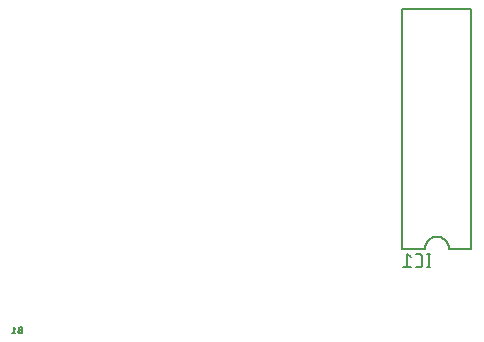
<source format=gbr>
G04 EAGLE Gerber RS-274X export*
G75*
%MOMM*%
%FSLAX34Y34*%
%LPD*%
%INSilkscreen Bottom*%
%IPPOS*%
%AMOC8*
5,1,8,0,0,1.08239X$1,22.5*%
G01*
%ADD10C,0.127000*%
%ADD11C,0.152400*%


D10*
X188069Y-31990D02*
X186729Y-31990D01*
X186729Y-31989D02*
X186658Y-31991D01*
X186586Y-31997D01*
X186516Y-32006D01*
X186446Y-32019D01*
X186376Y-32036D01*
X186308Y-32057D01*
X186241Y-32081D01*
X186175Y-32109D01*
X186111Y-32140D01*
X186048Y-32175D01*
X185988Y-32213D01*
X185929Y-32254D01*
X185873Y-32298D01*
X185819Y-32345D01*
X185768Y-32394D01*
X185720Y-32447D01*
X185674Y-32502D01*
X185632Y-32559D01*
X185592Y-32619D01*
X185556Y-32680D01*
X185523Y-32744D01*
X185494Y-32809D01*
X185468Y-32875D01*
X185445Y-32943D01*
X185426Y-33012D01*
X185411Y-33082D01*
X185400Y-33152D01*
X185392Y-33223D01*
X185388Y-33294D01*
X185388Y-33366D01*
X185392Y-33437D01*
X185400Y-33508D01*
X185411Y-33578D01*
X185426Y-33648D01*
X185445Y-33717D01*
X185468Y-33785D01*
X185494Y-33851D01*
X185523Y-33916D01*
X185556Y-33980D01*
X185592Y-34041D01*
X185632Y-34101D01*
X185674Y-34158D01*
X185720Y-34213D01*
X185768Y-34266D01*
X185819Y-34315D01*
X185873Y-34362D01*
X185929Y-34406D01*
X185988Y-34447D01*
X186048Y-34485D01*
X186111Y-34520D01*
X186175Y-34551D01*
X186241Y-34579D01*
X186308Y-34603D01*
X186376Y-34624D01*
X186446Y-34641D01*
X186516Y-34654D01*
X186586Y-34663D01*
X186658Y-34669D01*
X186729Y-34671D01*
X188069Y-34671D01*
X188069Y-29845D01*
X186729Y-29845D01*
X186664Y-29847D01*
X186600Y-29853D01*
X186536Y-29863D01*
X186472Y-29876D01*
X186410Y-29894D01*
X186349Y-29915D01*
X186289Y-29939D01*
X186231Y-29968D01*
X186174Y-30000D01*
X186120Y-30035D01*
X186068Y-30073D01*
X186018Y-30115D01*
X185971Y-30159D01*
X185927Y-30206D01*
X185885Y-30256D01*
X185847Y-30308D01*
X185812Y-30362D01*
X185780Y-30419D01*
X185751Y-30477D01*
X185727Y-30537D01*
X185706Y-30598D01*
X185688Y-30660D01*
X185675Y-30724D01*
X185665Y-30788D01*
X185659Y-30852D01*
X185657Y-30917D01*
X185659Y-30982D01*
X185665Y-31046D01*
X185675Y-31110D01*
X185688Y-31174D01*
X185706Y-31236D01*
X185727Y-31297D01*
X185751Y-31357D01*
X185780Y-31415D01*
X185812Y-31472D01*
X185847Y-31526D01*
X185885Y-31578D01*
X185927Y-31628D01*
X185971Y-31675D01*
X186018Y-31719D01*
X186068Y-31761D01*
X186120Y-31799D01*
X186174Y-31834D01*
X186231Y-31866D01*
X186289Y-31895D01*
X186349Y-31919D01*
X186410Y-31940D01*
X186472Y-31958D01*
X186536Y-31971D01*
X186600Y-31981D01*
X186664Y-31987D01*
X186729Y-31989D01*
X182912Y-30917D02*
X181572Y-29845D01*
X181572Y-34671D01*
X182912Y-34671D02*
X180231Y-34671D01*
D11*
X568960Y36830D02*
X568960Y240030D01*
X510540Y240030D02*
X510540Y36830D01*
X510540Y240030D02*
X568960Y240030D01*
X568960Y36830D02*
X549910Y36830D01*
X529590Y36830D02*
X510540Y36830D01*
X529590Y36830D02*
X529593Y37077D01*
X529602Y37325D01*
X529617Y37572D01*
X529638Y37818D01*
X529665Y38064D01*
X529698Y38309D01*
X529737Y38554D01*
X529782Y38797D01*
X529833Y39039D01*
X529890Y39280D01*
X529952Y39519D01*
X530021Y39757D01*
X530095Y39993D01*
X530175Y40227D01*
X530260Y40459D01*
X530352Y40689D01*
X530448Y40917D01*
X530551Y41142D01*
X530658Y41365D01*
X530772Y41585D01*
X530890Y41802D01*
X531014Y42017D01*
X531143Y42228D01*
X531277Y42436D01*
X531416Y42641D01*
X531560Y42842D01*
X531708Y43040D01*
X531862Y43234D01*
X532020Y43424D01*
X532183Y43610D01*
X532350Y43792D01*
X532522Y43970D01*
X532698Y44144D01*
X532878Y44314D01*
X533063Y44479D01*
X533251Y44639D01*
X533443Y44795D01*
X533639Y44947D01*
X533838Y45093D01*
X534041Y45235D01*
X534248Y45371D01*
X534457Y45503D01*
X534670Y45629D01*
X534886Y45750D01*
X535104Y45866D01*
X535326Y45976D01*
X535550Y46081D01*
X535776Y46181D01*
X536005Y46275D01*
X536236Y46363D01*
X536470Y46446D01*
X536705Y46523D01*
X536942Y46594D01*
X537180Y46660D01*
X537420Y46719D01*
X537662Y46773D01*
X537905Y46821D01*
X538148Y46863D01*
X538393Y46899D01*
X538639Y46929D01*
X538885Y46953D01*
X539132Y46971D01*
X539379Y46983D01*
X539626Y46989D01*
X539874Y46989D01*
X540121Y46983D01*
X540368Y46971D01*
X540615Y46953D01*
X540861Y46929D01*
X541107Y46899D01*
X541352Y46863D01*
X541595Y46821D01*
X541838Y46773D01*
X542080Y46719D01*
X542320Y46660D01*
X542558Y46594D01*
X542795Y46523D01*
X543030Y46446D01*
X543264Y46363D01*
X543495Y46275D01*
X543724Y46181D01*
X543950Y46081D01*
X544174Y45976D01*
X544396Y45866D01*
X544614Y45750D01*
X544830Y45629D01*
X545043Y45503D01*
X545252Y45371D01*
X545459Y45235D01*
X545662Y45093D01*
X545861Y44947D01*
X546057Y44795D01*
X546249Y44639D01*
X546437Y44479D01*
X546622Y44314D01*
X546802Y44144D01*
X546978Y43970D01*
X547150Y43792D01*
X547317Y43610D01*
X547480Y43424D01*
X547638Y43234D01*
X547792Y43040D01*
X547940Y42842D01*
X548084Y42641D01*
X548223Y42436D01*
X548357Y42228D01*
X548486Y42017D01*
X548610Y41802D01*
X548728Y41585D01*
X548842Y41365D01*
X548949Y41142D01*
X549052Y40917D01*
X549148Y40689D01*
X549240Y40459D01*
X549325Y40227D01*
X549405Y39993D01*
X549479Y39757D01*
X549548Y39519D01*
X549610Y39280D01*
X549667Y39039D01*
X549718Y38797D01*
X549763Y38554D01*
X549802Y38309D01*
X549835Y38064D01*
X549862Y37818D01*
X549883Y37572D01*
X549898Y37325D01*
X549907Y37077D01*
X549910Y36830D01*
D10*
X533019Y32385D02*
X533019Y20955D01*
X534289Y20955D02*
X531749Y20955D01*
X531749Y32385D02*
X534289Y32385D01*
X524547Y20955D02*
X522007Y20955D01*
X524547Y20955D02*
X524647Y20957D01*
X524746Y20963D01*
X524846Y20973D01*
X524944Y20986D01*
X525043Y21004D01*
X525140Y21025D01*
X525236Y21050D01*
X525332Y21079D01*
X525426Y21112D01*
X525519Y21148D01*
X525610Y21188D01*
X525700Y21232D01*
X525788Y21279D01*
X525874Y21329D01*
X525958Y21383D01*
X526040Y21440D01*
X526119Y21500D01*
X526197Y21564D01*
X526271Y21630D01*
X526343Y21699D01*
X526412Y21771D01*
X526478Y21845D01*
X526542Y21923D01*
X526602Y22002D01*
X526659Y22084D01*
X526713Y22168D01*
X526763Y22254D01*
X526810Y22342D01*
X526854Y22432D01*
X526894Y22523D01*
X526930Y22616D01*
X526963Y22710D01*
X526992Y22806D01*
X527017Y22902D01*
X527038Y22999D01*
X527056Y23098D01*
X527069Y23196D01*
X527079Y23296D01*
X527085Y23395D01*
X527087Y23495D01*
X527087Y29845D01*
X527085Y29945D01*
X527079Y30044D01*
X527069Y30144D01*
X527056Y30242D01*
X527038Y30341D01*
X527017Y30438D01*
X526992Y30534D01*
X526963Y30630D01*
X526930Y30724D01*
X526894Y30817D01*
X526854Y30908D01*
X526810Y30998D01*
X526763Y31086D01*
X526713Y31172D01*
X526659Y31256D01*
X526602Y31338D01*
X526542Y31417D01*
X526478Y31495D01*
X526412Y31569D01*
X526343Y31641D01*
X526271Y31710D01*
X526197Y31776D01*
X526119Y31840D01*
X526040Y31900D01*
X525958Y31957D01*
X525874Y32011D01*
X525788Y32061D01*
X525700Y32108D01*
X525610Y32152D01*
X525519Y32192D01*
X525426Y32228D01*
X525332Y32261D01*
X525236Y32290D01*
X525140Y32315D01*
X525043Y32336D01*
X524944Y32354D01*
X524846Y32367D01*
X524746Y32377D01*
X524647Y32383D01*
X524547Y32385D01*
X522007Y32385D01*
X517525Y29845D02*
X514350Y32385D01*
X514350Y20955D01*
X517525Y20955D02*
X511175Y20955D01*
M02*

</source>
